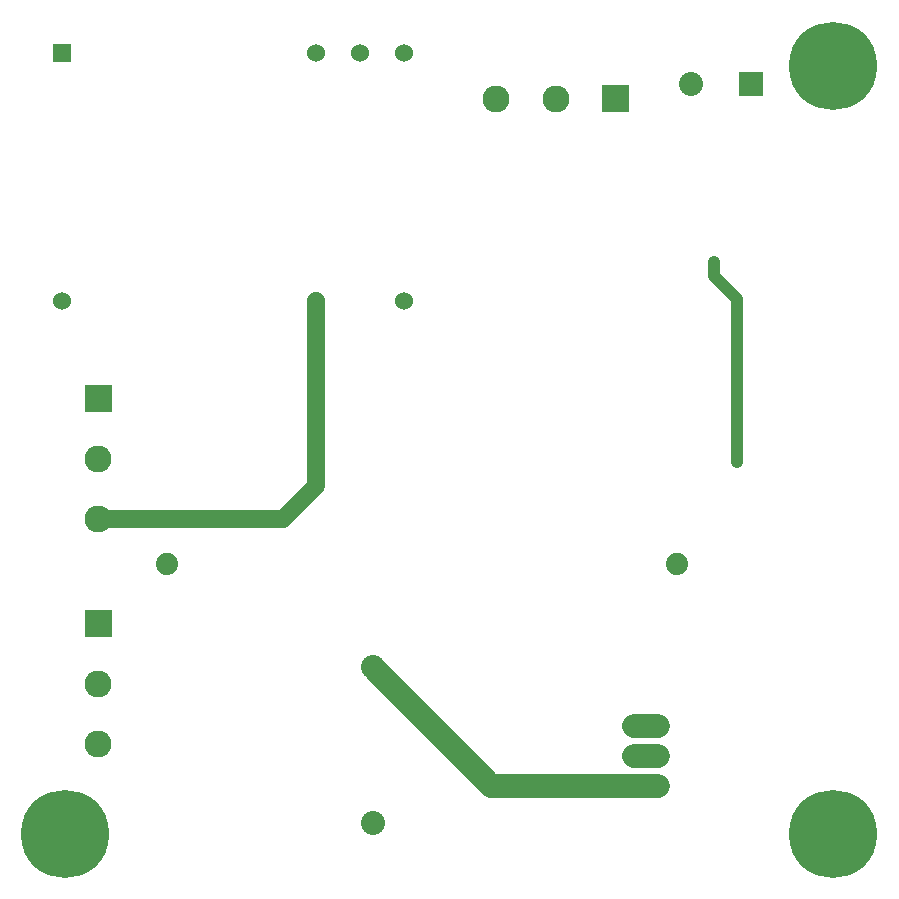
<source format=gbr>
G04 start of page 3 for group 1 idx 1 *
G04 Title: (unknown), bottom *
G04 Creator: pcb 20110918 *
G04 CreationDate: Tue 27 May 2014 02:17:58 AM GMT UTC *
G04 For: railfan *
G04 Format: Gerber/RS-274X *
G04 PCB-Dimensions: 290000 290000 *
G04 PCB-Coordinate-Origin: lower left *
%MOIN*%
%FSLAX25Y25*%
%LNBOTTOM*%
%ADD52C,0.0480*%
%ADD51C,0.0300*%
%ADD50C,0.0420*%
%ADD49C,0.0550*%
%ADD48C,0.0450*%
%ADD47C,0.1285*%
%ADD46C,0.0200*%
%ADD45C,0.0360*%
%ADD44C,0.0740*%
%ADD43C,0.0900*%
%ADD42C,0.0001*%
%ADD41C,0.0787*%
%ADD40C,0.2937*%
%ADD39C,0.0400*%
%ADD38C,0.0600*%
%ADD37C,0.0800*%
G54D37*X159000Y33000D02*X119500Y72500D01*
X210500Y33000D02*X159000D01*
G54D38*X100348Y194630D02*Y132848D01*
X89500Y122000D01*
G54D39*X233200Y203000D02*X241000Y195200D01*
Y141000D01*
X233200Y203000D02*Y207500D01*
G54D38*X89500Y122000D02*X28000D01*
G54D40*X273000Y17000D03*
G54D41*X210500Y53000D03*
Y43000D03*
G54D42*G36*
X206563Y36937D02*Y29063D01*
X214437D01*
Y36937D01*
X206563D01*
G37*
G54D40*X17000Y17000D03*
G54D42*G36*
X23500Y91500D02*Y82500D01*
X32500D01*
Y91500D01*
X23500D01*
G37*
G54D43*X28000Y67000D03*
Y47000D03*
G54D42*G36*
X23500Y166500D02*Y157500D01*
X32500D01*
Y166500D01*
X23500D01*
G37*
G54D43*X28000Y142000D03*
Y122000D03*
G54D44*X51000Y107000D03*
G54D38*X15702Y194630D03*
G54D44*X221000Y107000D03*
G54D40*X273000Y273000D03*
G54D42*G36*
X241500Y271000D02*Y263000D01*
X249500D01*
Y271000D01*
X241500D01*
G37*
G54D37*X225500Y267000D03*
G54D42*G36*
X196000Y266500D02*Y257500D01*
X205000D01*
Y266500D01*
X196000D01*
G37*
G54D43*X180500Y262000D03*
G54D42*G36*
X12702Y280307D02*Y274307D01*
X18702D01*
Y280307D01*
X12702D01*
G37*
G54D38*X100348Y277307D03*
X115111D03*
X129875D03*
G54D43*X160500Y262000D03*
G54D37*X119500Y72500D03*
Y20500D03*
G54D38*X129875Y194630D03*
X100348D03*
G54D41*X206563Y43000D02*X214437D01*
X206563Y53000D02*X214437D01*
X206563Y33000D02*X214437D01*
G54D45*X233200Y203000D03*
X241000Y145500D03*
Y141000D03*
X233200Y207500D03*
G54D46*G54D47*G54D48*G54D47*G54D49*G54D50*G54D51*G54D50*G54D47*G54D52*G54D49*G54D51*G54D49*G54D52*G54D51*M02*

</source>
